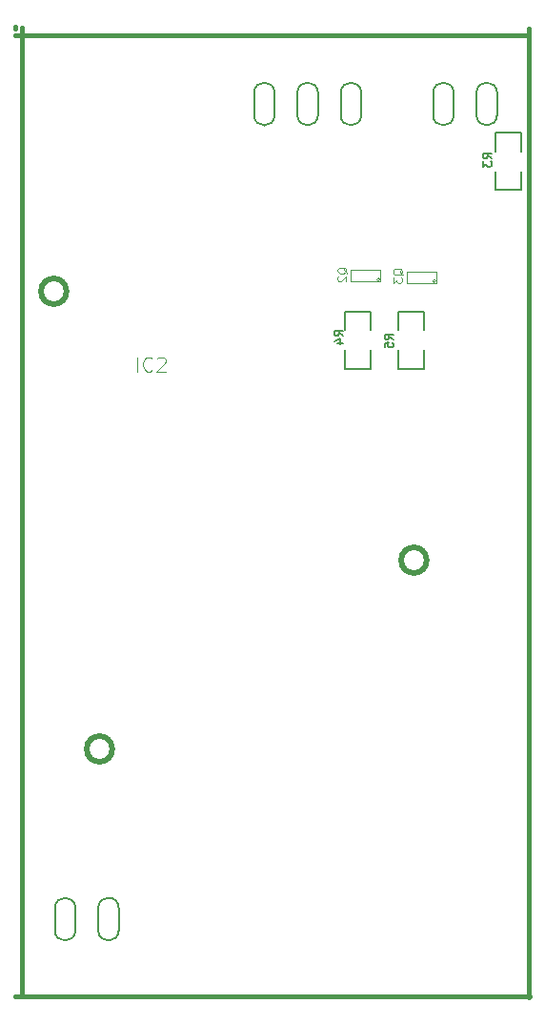
<source format=gbo>
G04 (created by PCBNEW (2013-07-07 BZR 4022)-stable) date 12/06/2018 18:13:56*
%MOIN*%
G04 Gerber Fmt 3.4, Leading zero omitted, Abs format*
%FSLAX34Y34*%
G01*
G70*
G90*
G04 APERTURE LIST*
%ADD10C,0.00590551*%
%ADD11C,0.018937*%
%ADD12C,0.015*%
%ADD13C,0.005*%
%ADD14C,0.0031*%
%ADD15C,0.0035*%
%ADD16C,0.0047*%
G04 APERTURE END LIST*
G54D10*
G54D11*
X15047Y-19800D02*
G75*
G03X15047Y-19800I-447J0D01*
G74*
G01*
X16647Y-35800D02*
G75*
G03X16647Y-35800I-447J0D01*
G74*
G01*
X27647Y-29200D02*
G75*
G03X27647Y-29200I-447J0D01*
G74*
G01*
G54D12*
X13250Y-10600D02*
X13250Y-10550D01*
X31200Y-10850D02*
X13250Y-10850D01*
X13250Y-44450D02*
X31250Y-44450D01*
X31212Y-10629D02*
X31212Y-44488D01*
X13492Y-44438D02*
X13492Y-10579D01*
G54D13*
X30050Y-14250D02*
X30950Y-14250D01*
X30950Y-14250D02*
X30950Y-14900D01*
X30050Y-15600D02*
X30050Y-16250D01*
X30050Y-16250D02*
X30950Y-16250D01*
X30950Y-16250D02*
X30950Y-15600D01*
X30050Y-14900D02*
X30050Y-14250D01*
X24800Y-20500D02*
X25700Y-20500D01*
X25700Y-20500D02*
X25700Y-21150D01*
X24800Y-21850D02*
X24800Y-22500D01*
X24800Y-22500D02*
X25700Y-22500D01*
X25700Y-22500D02*
X25700Y-21850D01*
X24800Y-21150D02*
X24800Y-20500D01*
X26650Y-20500D02*
X27550Y-20500D01*
X27550Y-20500D02*
X27550Y-21150D01*
X26650Y-21850D02*
X26650Y-22500D01*
X26650Y-22500D02*
X27550Y-22500D01*
X27550Y-22500D02*
X27550Y-21850D01*
X26650Y-21150D02*
X26650Y-20500D01*
G54D14*
X26025Y-19388D02*
G75*
G03X26025Y-19388I-62J0D01*
G74*
G01*
X25000Y-19050D02*
X25000Y-19450D01*
X26025Y-19050D02*
X26025Y-19450D01*
X25000Y-19450D02*
X26025Y-19450D01*
X26025Y-19050D02*
X25000Y-19050D01*
X27975Y-19438D02*
G75*
G03X27975Y-19438I-62J0D01*
G74*
G01*
X26950Y-19100D02*
X26950Y-19500D01*
X27975Y-19100D02*
X27975Y-19500D01*
X26950Y-19500D02*
X27975Y-19500D01*
X27975Y-19100D02*
X26950Y-19100D01*
G54D10*
X25360Y-13640D02*
X25360Y-12860D01*
X24639Y-13640D02*
X24639Y-12860D01*
X25360Y-12860D02*
G75*
G03X24639Y-12860I-360J0D01*
G74*
G01*
X24639Y-13640D02*
G75*
G03X25360Y-13640I360J0D01*
G74*
G01*
X23844Y-13640D02*
X23844Y-12860D01*
X23123Y-13640D02*
X23123Y-12860D01*
X23844Y-12860D02*
G75*
G03X23123Y-12860I-360J0D01*
G74*
G01*
X23123Y-13640D02*
G75*
G03X23844Y-13640I360J0D01*
G74*
G01*
X22328Y-13640D02*
X22328Y-12860D01*
X21608Y-13640D02*
X21608Y-12860D01*
X22328Y-12860D02*
G75*
G03X21608Y-12860I-360J0D01*
G74*
G01*
X21608Y-13640D02*
G75*
G03X22328Y-13640I360J0D01*
G74*
G01*
X30110Y-13640D02*
X30110Y-12860D01*
X29389Y-13640D02*
X29389Y-12860D01*
X30110Y-12860D02*
G75*
G03X29389Y-12860I-360J0D01*
G74*
G01*
X29389Y-13640D02*
G75*
G03X30110Y-13640I360J0D01*
G74*
G01*
X28594Y-13640D02*
X28594Y-12860D01*
X27873Y-13640D02*
X27873Y-12860D01*
X28594Y-12860D02*
G75*
G03X27873Y-12860I-360J0D01*
G74*
G01*
X27873Y-13640D02*
G75*
G03X28594Y-13640I360J0D01*
G74*
G01*
X14639Y-41360D02*
X14639Y-42140D01*
X15360Y-41360D02*
X15360Y-42140D01*
X14639Y-42140D02*
G75*
G03X15360Y-42140I360J0D01*
G74*
G01*
X15360Y-41360D02*
G75*
G03X14639Y-41360I-360J0D01*
G74*
G01*
X16155Y-41360D02*
X16155Y-42140D01*
X16876Y-41360D02*
X16876Y-42140D01*
X16155Y-42140D02*
G75*
G03X16876Y-42140I360J0D01*
G74*
G01*
X16876Y-41360D02*
G75*
G03X16155Y-41360I-360J0D01*
G74*
G01*
G54D13*
X29921Y-15150D02*
X29778Y-15050D01*
X29921Y-14978D02*
X29621Y-14978D01*
X29621Y-15092D01*
X29635Y-15121D01*
X29650Y-15135D01*
X29678Y-15150D01*
X29721Y-15150D01*
X29750Y-15135D01*
X29764Y-15121D01*
X29778Y-15092D01*
X29778Y-14978D01*
X29621Y-15250D02*
X29621Y-15435D01*
X29735Y-15335D01*
X29735Y-15378D01*
X29750Y-15407D01*
X29764Y-15421D01*
X29792Y-15435D01*
X29864Y-15435D01*
X29892Y-15421D01*
X29907Y-15407D01*
X29921Y-15378D01*
X29921Y-15292D01*
X29907Y-15264D01*
X29892Y-15250D01*
X24721Y-21350D02*
X24578Y-21250D01*
X24721Y-21178D02*
X24421Y-21178D01*
X24421Y-21292D01*
X24435Y-21321D01*
X24450Y-21335D01*
X24478Y-21350D01*
X24521Y-21350D01*
X24550Y-21335D01*
X24564Y-21321D01*
X24578Y-21292D01*
X24578Y-21178D01*
X24521Y-21607D02*
X24721Y-21607D01*
X24407Y-21535D02*
X24621Y-21464D01*
X24621Y-21650D01*
G54D15*
X17511Y-22602D02*
X17511Y-22102D01*
X18035Y-22554D02*
X18011Y-22578D01*
X17940Y-22602D01*
X17892Y-22602D01*
X17821Y-22578D01*
X17773Y-22530D01*
X17750Y-22483D01*
X17726Y-22388D01*
X17726Y-22316D01*
X17750Y-22221D01*
X17773Y-22173D01*
X17821Y-22126D01*
X17892Y-22102D01*
X17940Y-22102D01*
X18011Y-22126D01*
X18035Y-22150D01*
X18226Y-22150D02*
X18250Y-22126D01*
X18297Y-22102D01*
X18416Y-22102D01*
X18464Y-22126D01*
X18488Y-22150D01*
X18511Y-22197D01*
X18511Y-22245D01*
X18488Y-22316D01*
X18202Y-22602D01*
X18511Y-22602D01*
G54D13*
X26471Y-21475D02*
X26328Y-21375D01*
X26471Y-21303D02*
X26171Y-21303D01*
X26171Y-21417D01*
X26185Y-21446D01*
X26200Y-21460D01*
X26228Y-21475D01*
X26271Y-21475D01*
X26300Y-21460D01*
X26314Y-21446D01*
X26328Y-21417D01*
X26328Y-21303D01*
X26171Y-21746D02*
X26171Y-21603D01*
X26314Y-21589D01*
X26300Y-21603D01*
X26285Y-21632D01*
X26285Y-21703D01*
X26300Y-21732D01*
X26314Y-21746D01*
X26342Y-21760D01*
X26414Y-21760D01*
X26442Y-21746D01*
X26457Y-21732D01*
X26471Y-21703D01*
X26471Y-21632D01*
X26457Y-21603D01*
X26442Y-21589D01*
G54D16*
X24863Y-19182D02*
X24848Y-19153D01*
X24820Y-19125D01*
X24777Y-19082D01*
X24763Y-19053D01*
X24763Y-19025D01*
X24834Y-19039D02*
X24820Y-19011D01*
X24791Y-18982D01*
X24734Y-18968D01*
X24634Y-18968D01*
X24577Y-18982D01*
X24548Y-19011D01*
X24534Y-19039D01*
X24534Y-19096D01*
X24548Y-19125D01*
X24577Y-19153D01*
X24634Y-19168D01*
X24734Y-19168D01*
X24791Y-19153D01*
X24820Y-19125D01*
X24834Y-19096D01*
X24834Y-19039D01*
X24563Y-19282D02*
X24548Y-19296D01*
X24534Y-19325D01*
X24534Y-19396D01*
X24548Y-19425D01*
X24563Y-19439D01*
X24591Y-19453D01*
X24620Y-19453D01*
X24663Y-19439D01*
X24834Y-19268D01*
X24834Y-19453D01*
X26813Y-19232D02*
X26798Y-19203D01*
X26770Y-19175D01*
X26727Y-19132D01*
X26713Y-19103D01*
X26713Y-19075D01*
X26784Y-19089D02*
X26770Y-19061D01*
X26741Y-19032D01*
X26684Y-19018D01*
X26584Y-19018D01*
X26527Y-19032D01*
X26498Y-19061D01*
X26484Y-19089D01*
X26484Y-19146D01*
X26498Y-19175D01*
X26527Y-19203D01*
X26584Y-19218D01*
X26684Y-19218D01*
X26741Y-19203D01*
X26770Y-19175D01*
X26784Y-19146D01*
X26784Y-19089D01*
X26484Y-19318D02*
X26484Y-19503D01*
X26598Y-19403D01*
X26598Y-19446D01*
X26613Y-19475D01*
X26627Y-19489D01*
X26655Y-19503D01*
X26727Y-19503D01*
X26755Y-19489D01*
X26770Y-19475D01*
X26784Y-19446D01*
X26784Y-19361D01*
X26770Y-19332D01*
X26755Y-19318D01*
M02*

</source>
